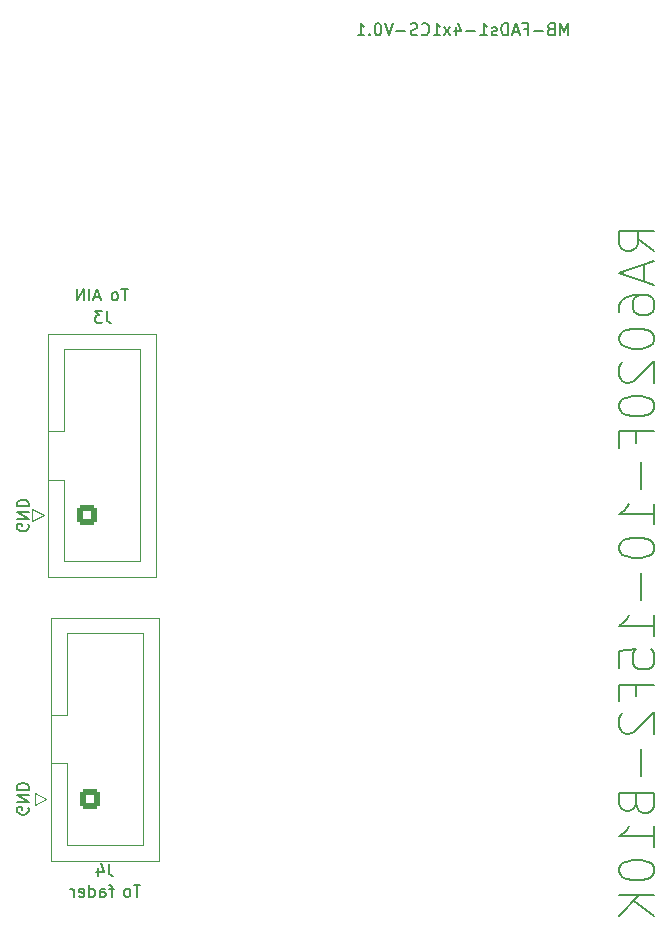
<source format=gbo>
G04 #@! TF.GenerationSoftware,KiCad,Pcbnew,(7.0.0)*
G04 #@! TF.CreationDate,2023-05-18T23:41:24+02:00*
G04 #@! TF.ProjectId,Fad_1,4661645f-312e-46b6-9963-61645f706362,rev?*
G04 #@! TF.SameCoordinates,Original*
G04 #@! TF.FileFunction,Legend,Bot*
G04 #@! TF.FilePolarity,Positive*
%FSLAX46Y46*%
G04 Gerber Fmt 4.6, Leading zero omitted, Abs format (unit mm)*
G04 Created by KiCad (PCBNEW (7.0.0)) date 2023-05-18 23:41:24*
%MOMM*%
%LPD*%
G01*
G04 APERTURE LIST*
G04 Aperture macros list*
%AMRoundRect*
0 Rectangle with rounded corners*
0 $1 Rounding radius*
0 $2 $3 $4 $5 $6 $7 $8 $9 X,Y pos of 4 corners*
0 Add a 4 corners polygon primitive as box body*
4,1,4,$2,$3,$4,$5,$6,$7,$8,$9,$2,$3,0*
0 Add four circle primitives for the rounded corners*
1,1,$1+$1,$2,$3*
1,1,$1+$1,$4,$5*
1,1,$1+$1,$6,$7*
1,1,$1+$1,$8,$9*
0 Add four rect primitives between the rounded corners*
20,1,$1+$1,$2,$3,$4,$5,0*
20,1,$1+$1,$4,$5,$6,$7,0*
20,1,$1+$1,$6,$7,$8,$9,0*
20,1,$1+$1,$8,$9,$2,$3,0*%
G04 Aperture macros list end*
%ADD10C,0.150000*%
%ADD11C,0.120000*%
%ADD12C,3.200000*%
%ADD13C,4.000000*%
%ADD14RoundRect,0.250000X-0.600000X-0.600000X0.600000X-0.600000X0.600000X0.600000X-0.600000X0.600000X0*%
%ADD15C,1.700000*%
G04 APERTURE END LIST*
D10*
X176802142Y-61585712D02*
X175373571Y-60585712D01*
X176802142Y-59871426D02*
X173802142Y-59871426D01*
X173802142Y-59871426D02*
X173802142Y-61014283D01*
X173802142Y-61014283D02*
X173945000Y-61299998D01*
X173945000Y-61299998D02*
X174087857Y-61442855D01*
X174087857Y-61442855D02*
X174373571Y-61585712D01*
X174373571Y-61585712D02*
X174802142Y-61585712D01*
X174802142Y-61585712D02*
X175087857Y-61442855D01*
X175087857Y-61442855D02*
X175230714Y-61299998D01*
X175230714Y-61299998D02*
X175373571Y-61014283D01*
X175373571Y-61014283D02*
X175373571Y-59871426D01*
X175945000Y-62728569D02*
X175945000Y-64157141D01*
X176802142Y-62442855D02*
X173802142Y-63442855D01*
X173802142Y-63442855D02*
X176802142Y-64442855D01*
X173802142Y-66728570D02*
X173802142Y-66157141D01*
X173802142Y-66157141D02*
X173945000Y-65871427D01*
X173945000Y-65871427D02*
X174087857Y-65728570D01*
X174087857Y-65728570D02*
X174516428Y-65442855D01*
X174516428Y-65442855D02*
X175087857Y-65299998D01*
X175087857Y-65299998D02*
X176230714Y-65299998D01*
X176230714Y-65299998D02*
X176516428Y-65442855D01*
X176516428Y-65442855D02*
X176659285Y-65585712D01*
X176659285Y-65585712D02*
X176802142Y-65871427D01*
X176802142Y-65871427D02*
X176802142Y-66442855D01*
X176802142Y-66442855D02*
X176659285Y-66728570D01*
X176659285Y-66728570D02*
X176516428Y-66871427D01*
X176516428Y-66871427D02*
X176230714Y-67014284D01*
X176230714Y-67014284D02*
X175516428Y-67014284D01*
X175516428Y-67014284D02*
X175230714Y-66871427D01*
X175230714Y-66871427D02*
X175087857Y-66728570D01*
X175087857Y-66728570D02*
X174945000Y-66442855D01*
X174945000Y-66442855D02*
X174945000Y-65871427D01*
X174945000Y-65871427D02*
X175087857Y-65585712D01*
X175087857Y-65585712D02*
X175230714Y-65442855D01*
X175230714Y-65442855D02*
X175516428Y-65299998D01*
X173802142Y-68871427D02*
X173802142Y-69157141D01*
X173802142Y-69157141D02*
X173945000Y-69442855D01*
X173945000Y-69442855D02*
X174087857Y-69585713D01*
X174087857Y-69585713D02*
X174373571Y-69728570D01*
X174373571Y-69728570D02*
X174945000Y-69871427D01*
X174945000Y-69871427D02*
X175659285Y-69871427D01*
X175659285Y-69871427D02*
X176230714Y-69728570D01*
X176230714Y-69728570D02*
X176516428Y-69585713D01*
X176516428Y-69585713D02*
X176659285Y-69442855D01*
X176659285Y-69442855D02*
X176802142Y-69157141D01*
X176802142Y-69157141D02*
X176802142Y-68871427D01*
X176802142Y-68871427D02*
X176659285Y-68585713D01*
X176659285Y-68585713D02*
X176516428Y-68442855D01*
X176516428Y-68442855D02*
X176230714Y-68299998D01*
X176230714Y-68299998D02*
X175659285Y-68157141D01*
X175659285Y-68157141D02*
X174945000Y-68157141D01*
X174945000Y-68157141D02*
X174373571Y-68299998D01*
X174373571Y-68299998D02*
X174087857Y-68442855D01*
X174087857Y-68442855D02*
X173945000Y-68585713D01*
X173945000Y-68585713D02*
X173802142Y-68871427D01*
X174087857Y-71014284D02*
X173945000Y-71157141D01*
X173945000Y-71157141D02*
X173802142Y-71442856D01*
X173802142Y-71442856D02*
X173802142Y-72157141D01*
X173802142Y-72157141D02*
X173945000Y-72442856D01*
X173945000Y-72442856D02*
X174087857Y-72585713D01*
X174087857Y-72585713D02*
X174373571Y-72728570D01*
X174373571Y-72728570D02*
X174659285Y-72728570D01*
X174659285Y-72728570D02*
X175087857Y-72585713D01*
X175087857Y-72585713D02*
X176802142Y-70871427D01*
X176802142Y-70871427D02*
X176802142Y-72728570D01*
X173802142Y-74585713D02*
X173802142Y-74871427D01*
X173802142Y-74871427D02*
X173945000Y-75157141D01*
X173945000Y-75157141D02*
X174087857Y-75299999D01*
X174087857Y-75299999D02*
X174373571Y-75442856D01*
X174373571Y-75442856D02*
X174945000Y-75585713D01*
X174945000Y-75585713D02*
X175659285Y-75585713D01*
X175659285Y-75585713D02*
X176230714Y-75442856D01*
X176230714Y-75442856D02*
X176516428Y-75299999D01*
X176516428Y-75299999D02*
X176659285Y-75157141D01*
X176659285Y-75157141D02*
X176802142Y-74871427D01*
X176802142Y-74871427D02*
X176802142Y-74585713D01*
X176802142Y-74585713D02*
X176659285Y-74299999D01*
X176659285Y-74299999D02*
X176516428Y-74157141D01*
X176516428Y-74157141D02*
X176230714Y-74014284D01*
X176230714Y-74014284D02*
X175659285Y-73871427D01*
X175659285Y-73871427D02*
X174945000Y-73871427D01*
X174945000Y-73871427D02*
X174373571Y-74014284D01*
X174373571Y-74014284D02*
X174087857Y-74157141D01*
X174087857Y-74157141D02*
X173945000Y-74299999D01*
X173945000Y-74299999D02*
X173802142Y-74585713D01*
X175230714Y-77871427D02*
X175230714Y-76871427D01*
X176802142Y-76871427D02*
X173802142Y-76871427D01*
X173802142Y-76871427D02*
X173802142Y-78299999D01*
X175659285Y-79442856D02*
X175659285Y-81728571D01*
X176802142Y-84728571D02*
X176802142Y-83014285D01*
X176802142Y-83871428D02*
X173802142Y-83871428D01*
X173802142Y-83871428D02*
X174230714Y-83585714D01*
X174230714Y-83585714D02*
X174516428Y-83299999D01*
X174516428Y-83299999D02*
X174659285Y-83014285D01*
X173802142Y-86585714D02*
X173802142Y-86871428D01*
X173802142Y-86871428D02*
X173945000Y-87157142D01*
X173945000Y-87157142D02*
X174087857Y-87300000D01*
X174087857Y-87300000D02*
X174373571Y-87442857D01*
X174373571Y-87442857D02*
X174945000Y-87585714D01*
X174945000Y-87585714D02*
X175659285Y-87585714D01*
X175659285Y-87585714D02*
X176230714Y-87442857D01*
X176230714Y-87442857D02*
X176516428Y-87300000D01*
X176516428Y-87300000D02*
X176659285Y-87157142D01*
X176659285Y-87157142D02*
X176802142Y-86871428D01*
X176802142Y-86871428D02*
X176802142Y-86585714D01*
X176802142Y-86585714D02*
X176659285Y-86300000D01*
X176659285Y-86300000D02*
X176516428Y-86157142D01*
X176516428Y-86157142D02*
X176230714Y-86014285D01*
X176230714Y-86014285D02*
X175659285Y-85871428D01*
X175659285Y-85871428D02*
X174945000Y-85871428D01*
X174945000Y-85871428D02*
X174373571Y-86014285D01*
X174373571Y-86014285D02*
X174087857Y-86157142D01*
X174087857Y-86157142D02*
X173945000Y-86300000D01*
X173945000Y-86300000D02*
X173802142Y-86585714D01*
X175659285Y-88871428D02*
X175659285Y-91157143D01*
X176802142Y-94157143D02*
X176802142Y-92442857D01*
X176802142Y-93300000D02*
X173802142Y-93300000D01*
X173802142Y-93300000D02*
X174230714Y-93014286D01*
X174230714Y-93014286D02*
X174516428Y-92728571D01*
X174516428Y-92728571D02*
X174659285Y-92442857D01*
X173802142Y-96871429D02*
X173802142Y-95442857D01*
X173802142Y-95442857D02*
X175230714Y-95300000D01*
X175230714Y-95300000D02*
X175087857Y-95442857D01*
X175087857Y-95442857D02*
X174945000Y-95728572D01*
X174945000Y-95728572D02*
X174945000Y-96442857D01*
X174945000Y-96442857D02*
X175087857Y-96728572D01*
X175087857Y-96728572D02*
X175230714Y-96871429D01*
X175230714Y-96871429D02*
X175516428Y-97014286D01*
X175516428Y-97014286D02*
X176230714Y-97014286D01*
X176230714Y-97014286D02*
X176516428Y-96871429D01*
X176516428Y-96871429D02*
X176659285Y-96728572D01*
X176659285Y-96728572D02*
X176802142Y-96442857D01*
X176802142Y-96442857D02*
X176802142Y-95728572D01*
X176802142Y-95728572D02*
X176659285Y-95442857D01*
X176659285Y-95442857D02*
X176516428Y-95300000D01*
X175230714Y-99300000D02*
X175230714Y-98300000D01*
X176802142Y-98300000D02*
X173802142Y-98300000D01*
X173802142Y-98300000D02*
X173802142Y-99728572D01*
X174087857Y-100728572D02*
X173945000Y-100871429D01*
X173945000Y-100871429D02*
X173802142Y-101157144D01*
X173802142Y-101157144D02*
X173802142Y-101871429D01*
X173802142Y-101871429D02*
X173945000Y-102157144D01*
X173945000Y-102157144D02*
X174087857Y-102300001D01*
X174087857Y-102300001D02*
X174373571Y-102442858D01*
X174373571Y-102442858D02*
X174659285Y-102442858D01*
X174659285Y-102442858D02*
X175087857Y-102300001D01*
X175087857Y-102300001D02*
X176802142Y-100585715D01*
X176802142Y-100585715D02*
X176802142Y-102442858D01*
X175659285Y-103728572D02*
X175659285Y-106014287D01*
X175230714Y-108442858D02*
X175373571Y-108871430D01*
X175373571Y-108871430D02*
X175516428Y-109014287D01*
X175516428Y-109014287D02*
X175802142Y-109157144D01*
X175802142Y-109157144D02*
X176230714Y-109157144D01*
X176230714Y-109157144D02*
X176516428Y-109014287D01*
X176516428Y-109014287D02*
X176659285Y-108871430D01*
X176659285Y-108871430D02*
X176802142Y-108585715D01*
X176802142Y-108585715D02*
X176802142Y-107442858D01*
X176802142Y-107442858D02*
X173802142Y-107442858D01*
X173802142Y-107442858D02*
X173802142Y-108442858D01*
X173802142Y-108442858D02*
X173945000Y-108728573D01*
X173945000Y-108728573D02*
X174087857Y-108871430D01*
X174087857Y-108871430D02*
X174373571Y-109014287D01*
X174373571Y-109014287D02*
X174659285Y-109014287D01*
X174659285Y-109014287D02*
X174945000Y-108871430D01*
X174945000Y-108871430D02*
X175087857Y-108728573D01*
X175087857Y-108728573D02*
X175230714Y-108442858D01*
X175230714Y-108442858D02*
X175230714Y-107442858D01*
X176802142Y-112014287D02*
X176802142Y-110300001D01*
X176802142Y-111157144D02*
X173802142Y-111157144D01*
X173802142Y-111157144D02*
X174230714Y-110871430D01*
X174230714Y-110871430D02*
X174516428Y-110585715D01*
X174516428Y-110585715D02*
X174659285Y-110300001D01*
X173802142Y-113871430D02*
X173802142Y-114157144D01*
X173802142Y-114157144D02*
X173945000Y-114442858D01*
X173945000Y-114442858D02*
X174087857Y-114585716D01*
X174087857Y-114585716D02*
X174373571Y-114728573D01*
X174373571Y-114728573D02*
X174945000Y-114871430D01*
X174945000Y-114871430D02*
X175659285Y-114871430D01*
X175659285Y-114871430D02*
X176230714Y-114728573D01*
X176230714Y-114728573D02*
X176516428Y-114585716D01*
X176516428Y-114585716D02*
X176659285Y-114442858D01*
X176659285Y-114442858D02*
X176802142Y-114157144D01*
X176802142Y-114157144D02*
X176802142Y-113871430D01*
X176802142Y-113871430D02*
X176659285Y-113585716D01*
X176659285Y-113585716D02*
X176516428Y-113442858D01*
X176516428Y-113442858D02*
X176230714Y-113300001D01*
X176230714Y-113300001D02*
X175659285Y-113157144D01*
X175659285Y-113157144D02*
X174945000Y-113157144D01*
X174945000Y-113157144D02*
X174373571Y-113300001D01*
X174373571Y-113300001D02*
X174087857Y-113442858D01*
X174087857Y-113442858D02*
X173945000Y-113585716D01*
X173945000Y-113585716D02*
X173802142Y-113871430D01*
X176802142Y-116157144D02*
X173802142Y-116157144D01*
X176802142Y-117871430D02*
X175087857Y-116585716D01*
X173802142Y-117871430D02*
X175516428Y-116157144D01*
X169480951Y-43317380D02*
X169480951Y-42317380D01*
X169480951Y-42317380D02*
X169147618Y-43031666D01*
X169147618Y-43031666D02*
X168814285Y-42317380D01*
X168814285Y-42317380D02*
X168814285Y-43317380D01*
X168004761Y-42793571D02*
X167861904Y-42841190D01*
X167861904Y-42841190D02*
X167814285Y-42888809D01*
X167814285Y-42888809D02*
X167766666Y-42984047D01*
X167766666Y-42984047D02*
X167766666Y-43126904D01*
X167766666Y-43126904D02*
X167814285Y-43222142D01*
X167814285Y-43222142D02*
X167861904Y-43269761D01*
X167861904Y-43269761D02*
X167957142Y-43317380D01*
X167957142Y-43317380D02*
X168338094Y-43317380D01*
X168338094Y-43317380D02*
X168338094Y-42317380D01*
X168338094Y-42317380D02*
X168004761Y-42317380D01*
X168004761Y-42317380D02*
X167909523Y-42365000D01*
X167909523Y-42365000D02*
X167861904Y-42412619D01*
X167861904Y-42412619D02*
X167814285Y-42507857D01*
X167814285Y-42507857D02*
X167814285Y-42603095D01*
X167814285Y-42603095D02*
X167861904Y-42698333D01*
X167861904Y-42698333D02*
X167909523Y-42745952D01*
X167909523Y-42745952D02*
X168004761Y-42793571D01*
X168004761Y-42793571D02*
X168338094Y-42793571D01*
X167338094Y-42936428D02*
X166576190Y-42936428D01*
X165766666Y-42793571D02*
X166099999Y-42793571D01*
X166099999Y-43317380D02*
X166099999Y-42317380D01*
X166099999Y-42317380D02*
X165623809Y-42317380D01*
X165290475Y-43031666D02*
X164814285Y-43031666D01*
X165385713Y-43317380D02*
X165052380Y-42317380D01*
X165052380Y-42317380D02*
X164719047Y-43317380D01*
X164385713Y-43317380D02*
X164385713Y-42317380D01*
X164385713Y-42317380D02*
X164147618Y-42317380D01*
X164147618Y-42317380D02*
X164004761Y-42365000D01*
X164004761Y-42365000D02*
X163909523Y-42460238D01*
X163909523Y-42460238D02*
X163861904Y-42555476D01*
X163861904Y-42555476D02*
X163814285Y-42745952D01*
X163814285Y-42745952D02*
X163814285Y-42888809D01*
X163814285Y-42888809D02*
X163861904Y-43079285D01*
X163861904Y-43079285D02*
X163909523Y-43174523D01*
X163909523Y-43174523D02*
X164004761Y-43269761D01*
X164004761Y-43269761D02*
X164147618Y-43317380D01*
X164147618Y-43317380D02*
X164385713Y-43317380D01*
X163433332Y-43269761D02*
X163338094Y-43317380D01*
X163338094Y-43317380D02*
X163147618Y-43317380D01*
X163147618Y-43317380D02*
X163052380Y-43269761D01*
X163052380Y-43269761D02*
X163004761Y-43174523D01*
X163004761Y-43174523D02*
X163004761Y-43126904D01*
X163004761Y-43126904D02*
X163052380Y-43031666D01*
X163052380Y-43031666D02*
X163147618Y-42984047D01*
X163147618Y-42984047D02*
X163290475Y-42984047D01*
X163290475Y-42984047D02*
X163385713Y-42936428D01*
X163385713Y-42936428D02*
X163433332Y-42841190D01*
X163433332Y-42841190D02*
X163433332Y-42793571D01*
X163433332Y-42793571D02*
X163385713Y-42698333D01*
X163385713Y-42698333D02*
X163290475Y-42650714D01*
X163290475Y-42650714D02*
X163147618Y-42650714D01*
X163147618Y-42650714D02*
X163052380Y-42698333D01*
X162052380Y-43317380D02*
X162623808Y-43317380D01*
X162338094Y-43317380D02*
X162338094Y-42317380D01*
X162338094Y-42317380D02*
X162433332Y-42460238D01*
X162433332Y-42460238D02*
X162528570Y-42555476D01*
X162528570Y-42555476D02*
X162623808Y-42603095D01*
X161623808Y-42936428D02*
X160861904Y-42936428D01*
X159957142Y-42650714D02*
X159957142Y-43317380D01*
X160195237Y-42269761D02*
X160433332Y-42984047D01*
X160433332Y-42984047D02*
X159814285Y-42984047D01*
X159528570Y-43317380D02*
X159004761Y-42650714D01*
X159528570Y-42650714D02*
X159004761Y-43317380D01*
X158099999Y-43317380D02*
X158671427Y-43317380D01*
X158385713Y-43317380D02*
X158385713Y-42317380D01*
X158385713Y-42317380D02*
X158480951Y-42460238D01*
X158480951Y-42460238D02*
X158576189Y-42555476D01*
X158576189Y-42555476D02*
X158671427Y-42603095D01*
X157099999Y-43222142D02*
X157147618Y-43269761D01*
X157147618Y-43269761D02*
X157290475Y-43317380D01*
X157290475Y-43317380D02*
X157385713Y-43317380D01*
X157385713Y-43317380D02*
X157528570Y-43269761D01*
X157528570Y-43269761D02*
X157623808Y-43174523D01*
X157623808Y-43174523D02*
X157671427Y-43079285D01*
X157671427Y-43079285D02*
X157719046Y-42888809D01*
X157719046Y-42888809D02*
X157719046Y-42745952D01*
X157719046Y-42745952D02*
X157671427Y-42555476D01*
X157671427Y-42555476D02*
X157623808Y-42460238D01*
X157623808Y-42460238D02*
X157528570Y-42365000D01*
X157528570Y-42365000D02*
X157385713Y-42317380D01*
X157385713Y-42317380D02*
X157290475Y-42317380D01*
X157290475Y-42317380D02*
X157147618Y-42365000D01*
X157147618Y-42365000D02*
X157099999Y-42412619D01*
X156719046Y-43269761D02*
X156576189Y-43317380D01*
X156576189Y-43317380D02*
X156338094Y-43317380D01*
X156338094Y-43317380D02*
X156242856Y-43269761D01*
X156242856Y-43269761D02*
X156195237Y-43222142D01*
X156195237Y-43222142D02*
X156147618Y-43126904D01*
X156147618Y-43126904D02*
X156147618Y-43031666D01*
X156147618Y-43031666D02*
X156195237Y-42936428D01*
X156195237Y-42936428D02*
X156242856Y-42888809D01*
X156242856Y-42888809D02*
X156338094Y-42841190D01*
X156338094Y-42841190D02*
X156528570Y-42793571D01*
X156528570Y-42793571D02*
X156623808Y-42745952D01*
X156623808Y-42745952D02*
X156671427Y-42698333D01*
X156671427Y-42698333D02*
X156719046Y-42603095D01*
X156719046Y-42603095D02*
X156719046Y-42507857D01*
X156719046Y-42507857D02*
X156671427Y-42412619D01*
X156671427Y-42412619D02*
X156623808Y-42365000D01*
X156623808Y-42365000D02*
X156528570Y-42317380D01*
X156528570Y-42317380D02*
X156290475Y-42317380D01*
X156290475Y-42317380D02*
X156147618Y-42365000D01*
X155719046Y-42936428D02*
X154957142Y-42936428D01*
X154623808Y-42317380D02*
X154290475Y-43317380D01*
X154290475Y-43317380D02*
X153957142Y-42317380D01*
X153433332Y-42317380D02*
X153338094Y-42317380D01*
X153338094Y-42317380D02*
X153242856Y-42365000D01*
X153242856Y-42365000D02*
X153195237Y-42412619D01*
X153195237Y-42412619D02*
X153147618Y-42507857D01*
X153147618Y-42507857D02*
X153099999Y-42698333D01*
X153099999Y-42698333D02*
X153099999Y-42936428D01*
X153099999Y-42936428D02*
X153147618Y-43126904D01*
X153147618Y-43126904D02*
X153195237Y-43222142D01*
X153195237Y-43222142D02*
X153242856Y-43269761D01*
X153242856Y-43269761D02*
X153338094Y-43317380D01*
X153338094Y-43317380D02*
X153433332Y-43317380D01*
X153433332Y-43317380D02*
X153528570Y-43269761D01*
X153528570Y-43269761D02*
X153576189Y-43222142D01*
X153576189Y-43222142D02*
X153623808Y-43126904D01*
X153623808Y-43126904D02*
X153671427Y-42936428D01*
X153671427Y-42936428D02*
X153671427Y-42698333D01*
X153671427Y-42698333D02*
X153623808Y-42507857D01*
X153623808Y-42507857D02*
X153576189Y-42412619D01*
X153576189Y-42412619D02*
X153528570Y-42365000D01*
X153528570Y-42365000D02*
X153433332Y-42317380D01*
X152671427Y-43222142D02*
X152623808Y-43269761D01*
X152623808Y-43269761D02*
X152671427Y-43317380D01*
X152671427Y-43317380D02*
X152719046Y-43269761D01*
X152719046Y-43269761D02*
X152671427Y-43222142D01*
X152671427Y-43222142D02*
X152671427Y-43317380D01*
X151671428Y-43317380D02*
X152242856Y-43317380D01*
X151957142Y-43317380D02*
X151957142Y-42317380D01*
X151957142Y-42317380D02*
X152052380Y-42460238D01*
X152052380Y-42460238D02*
X152147618Y-42555476D01*
X152147618Y-42555476D02*
X152242856Y-42603095D01*
X133266666Y-115267380D02*
X132695238Y-115267380D01*
X132980952Y-116267380D02*
X132980952Y-115267380D01*
X132219047Y-116267380D02*
X132314285Y-116219761D01*
X132314285Y-116219761D02*
X132361904Y-116172142D01*
X132361904Y-116172142D02*
X132409523Y-116076904D01*
X132409523Y-116076904D02*
X132409523Y-115791190D01*
X132409523Y-115791190D02*
X132361904Y-115695952D01*
X132361904Y-115695952D02*
X132314285Y-115648333D01*
X132314285Y-115648333D02*
X132219047Y-115600714D01*
X132219047Y-115600714D02*
X132076190Y-115600714D01*
X132076190Y-115600714D02*
X131980952Y-115648333D01*
X131980952Y-115648333D02*
X131933333Y-115695952D01*
X131933333Y-115695952D02*
X131885714Y-115791190D01*
X131885714Y-115791190D02*
X131885714Y-116076904D01*
X131885714Y-116076904D02*
X131933333Y-116172142D01*
X131933333Y-116172142D02*
X131980952Y-116219761D01*
X131980952Y-116219761D02*
X132076190Y-116267380D01*
X132076190Y-116267380D02*
X132219047Y-116267380D01*
X130999999Y-115600714D02*
X130619047Y-115600714D01*
X130857142Y-116267380D02*
X130857142Y-115410238D01*
X130857142Y-115410238D02*
X130809523Y-115315000D01*
X130809523Y-115315000D02*
X130714285Y-115267380D01*
X130714285Y-115267380D02*
X130619047Y-115267380D01*
X129857142Y-116267380D02*
X129857142Y-115743571D01*
X129857142Y-115743571D02*
X129904761Y-115648333D01*
X129904761Y-115648333D02*
X129999999Y-115600714D01*
X129999999Y-115600714D02*
X130190475Y-115600714D01*
X130190475Y-115600714D02*
X130285713Y-115648333D01*
X129857142Y-116219761D02*
X129952380Y-116267380D01*
X129952380Y-116267380D02*
X130190475Y-116267380D01*
X130190475Y-116267380D02*
X130285713Y-116219761D01*
X130285713Y-116219761D02*
X130333332Y-116124523D01*
X130333332Y-116124523D02*
X130333332Y-116029285D01*
X130333332Y-116029285D02*
X130285713Y-115934047D01*
X130285713Y-115934047D02*
X130190475Y-115886428D01*
X130190475Y-115886428D02*
X129952380Y-115886428D01*
X129952380Y-115886428D02*
X129857142Y-115838809D01*
X128952380Y-116267380D02*
X128952380Y-115267380D01*
X128952380Y-116219761D02*
X129047618Y-116267380D01*
X129047618Y-116267380D02*
X129238094Y-116267380D01*
X129238094Y-116267380D02*
X129333332Y-116219761D01*
X129333332Y-116219761D02*
X129380951Y-116172142D01*
X129380951Y-116172142D02*
X129428570Y-116076904D01*
X129428570Y-116076904D02*
X129428570Y-115791190D01*
X129428570Y-115791190D02*
X129380951Y-115695952D01*
X129380951Y-115695952D02*
X129333332Y-115648333D01*
X129333332Y-115648333D02*
X129238094Y-115600714D01*
X129238094Y-115600714D02*
X129047618Y-115600714D01*
X129047618Y-115600714D02*
X128952380Y-115648333D01*
X128095237Y-116219761D02*
X128190475Y-116267380D01*
X128190475Y-116267380D02*
X128380951Y-116267380D01*
X128380951Y-116267380D02*
X128476189Y-116219761D01*
X128476189Y-116219761D02*
X128523808Y-116124523D01*
X128523808Y-116124523D02*
X128523808Y-115743571D01*
X128523808Y-115743571D02*
X128476189Y-115648333D01*
X128476189Y-115648333D02*
X128380951Y-115600714D01*
X128380951Y-115600714D02*
X128190475Y-115600714D01*
X128190475Y-115600714D02*
X128095237Y-115648333D01*
X128095237Y-115648333D02*
X128047618Y-115743571D01*
X128047618Y-115743571D02*
X128047618Y-115838809D01*
X128047618Y-115838809D02*
X128523808Y-115934047D01*
X127619046Y-116267380D02*
X127619046Y-115600714D01*
X127619046Y-115791190D02*
X127571427Y-115695952D01*
X127571427Y-115695952D02*
X127523808Y-115648333D01*
X127523808Y-115648333D02*
X127428570Y-115600714D01*
X127428570Y-115600714D02*
X127333332Y-115600714D01*
X132228570Y-64767380D02*
X131657142Y-64767380D01*
X131942856Y-65767380D02*
X131942856Y-64767380D01*
X131180951Y-65767380D02*
X131276189Y-65719761D01*
X131276189Y-65719761D02*
X131323808Y-65672142D01*
X131323808Y-65672142D02*
X131371427Y-65576904D01*
X131371427Y-65576904D02*
X131371427Y-65291190D01*
X131371427Y-65291190D02*
X131323808Y-65195952D01*
X131323808Y-65195952D02*
X131276189Y-65148333D01*
X131276189Y-65148333D02*
X131180951Y-65100714D01*
X131180951Y-65100714D02*
X131038094Y-65100714D01*
X131038094Y-65100714D02*
X130942856Y-65148333D01*
X130942856Y-65148333D02*
X130895237Y-65195952D01*
X130895237Y-65195952D02*
X130847618Y-65291190D01*
X130847618Y-65291190D02*
X130847618Y-65576904D01*
X130847618Y-65576904D02*
X130895237Y-65672142D01*
X130895237Y-65672142D02*
X130942856Y-65719761D01*
X130942856Y-65719761D02*
X131038094Y-65767380D01*
X131038094Y-65767380D02*
X131180951Y-65767380D01*
X129866665Y-65481666D02*
X129390475Y-65481666D01*
X129961903Y-65767380D02*
X129628570Y-64767380D01*
X129628570Y-64767380D02*
X129295237Y-65767380D01*
X128961903Y-65767380D02*
X128961903Y-64767380D01*
X128485713Y-65767380D02*
X128485713Y-64767380D01*
X128485713Y-64767380D02*
X127914285Y-65767380D01*
X127914285Y-65767380D02*
X127914285Y-64767380D01*
X123770000Y-108738095D02*
X123817619Y-108833333D01*
X123817619Y-108833333D02*
X123817619Y-108976190D01*
X123817619Y-108976190D02*
X123770000Y-109119047D01*
X123770000Y-109119047D02*
X123674761Y-109214285D01*
X123674761Y-109214285D02*
X123579523Y-109261904D01*
X123579523Y-109261904D02*
X123389047Y-109309523D01*
X123389047Y-109309523D02*
X123246190Y-109309523D01*
X123246190Y-109309523D02*
X123055714Y-109261904D01*
X123055714Y-109261904D02*
X122960476Y-109214285D01*
X122960476Y-109214285D02*
X122865238Y-109119047D01*
X122865238Y-109119047D02*
X122817619Y-108976190D01*
X122817619Y-108976190D02*
X122817619Y-108880952D01*
X122817619Y-108880952D02*
X122865238Y-108738095D01*
X122865238Y-108738095D02*
X122912857Y-108690476D01*
X122912857Y-108690476D02*
X123246190Y-108690476D01*
X123246190Y-108690476D02*
X123246190Y-108880952D01*
X122817619Y-108261904D02*
X123817619Y-108261904D01*
X123817619Y-108261904D02*
X122817619Y-107690476D01*
X122817619Y-107690476D02*
X123817619Y-107690476D01*
X122817619Y-107214285D02*
X123817619Y-107214285D01*
X123817619Y-107214285D02*
X123817619Y-106976190D01*
X123817619Y-106976190D02*
X123770000Y-106833333D01*
X123770000Y-106833333D02*
X123674761Y-106738095D01*
X123674761Y-106738095D02*
X123579523Y-106690476D01*
X123579523Y-106690476D02*
X123389047Y-106642857D01*
X123389047Y-106642857D02*
X123246190Y-106642857D01*
X123246190Y-106642857D02*
X123055714Y-106690476D01*
X123055714Y-106690476D02*
X122960476Y-106738095D01*
X122960476Y-106738095D02*
X122865238Y-106833333D01*
X122865238Y-106833333D02*
X122817619Y-106976190D01*
X122817619Y-106976190D02*
X122817619Y-107214285D01*
X123770000Y-84738095D02*
X123817619Y-84833333D01*
X123817619Y-84833333D02*
X123817619Y-84976190D01*
X123817619Y-84976190D02*
X123770000Y-85119047D01*
X123770000Y-85119047D02*
X123674761Y-85214285D01*
X123674761Y-85214285D02*
X123579523Y-85261904D01*
X123579523Y-85261904D02*
X123389047Y-85309523D01*
X123389047Y-85309523D02*
X123246190Y-85309523D01*
X123246190Y-85309523D02*
X123055714Y-85261904D01*
X123055714Y-85261904D02*
X122960476Y-85214285D01*
X122960476Y-85214285D02*
X122865238Y-85119047D01*
X122865238Y-85119047D02*
X122817619Y-84976190D01*
X122817619Y-84976190D02*
X122817619Y-84880952D01*
X122817619Y-84880952D02*
X122865238Y-84738095D01*
X122865238Y-84738095D02*
X122912857Y-84690476D01*
X122912857Y-84690476D02*
X123246190Y-84690476D01*
X123246190Y-84690476D02*
X123246190Y-84880952D01*
X122817619Y-84261904D02*
X123817619Y-84261904D01*
X123817619Y-84261904D02*
X122817619Y-83690476D01*
X122817619Y-83690476D02*
X123817619Y-83690476D01*
X122817619Y-83214285D02*
X123817619Y-83214285D01*
X123817619Y-83214285D02*
X123817619Y-82976190D01*
X123817619Y-82976190D02*
X123770000Y-82833333D01*
X123770000Y-82833333D02*
X123674761Y-82738095D01*
X123674761Y-82738095D02*
X123579523Y-82690476D01*
X123579523Y-82690476D02*
X123389047Y-82642857D01*
X123389047Y-82642857D02*
X123246190Y-82642857D01*
X123246190Y-82642857D02*
X123055714Y-82690476D01*
X123055714Y-82690476D02*
X122960476Y-82738095D01*
X122960476Y-82738095D02*
X122865238Y-82833333D01*
X122865238Y-82833333D02*
X122817619Y-82976190D01*
X122817619Y-82976190D02*
X122817619Y-83214285D01*
X130433333Y-66667380D02*
X130433333Y-67381666D01*
X130433333Y-67381666D02*
X130480952Y-67524523D01*
X130480952Y-67524523D02*
X130576190Y-67619761D01*
X130576190Y-67619761D02*
X130719047Y-67667380D01*
X130719047Y-67667380D02*
X130814285Y-67667380D01*
X130052380Y-66667380D02*
X129433333Y-66667380D01*
X129433333Y-66667380D02*
X129766666Y-67048333D01*
X129766666Y-67048333D02*
X129623809Y-67048333D01*
X129623809Y-67048333D02*
X129528571Y-67095952D01*
X129528571Y-67095952D02*
X129480952Y-67143571D01*
X129480952Y-67143571D02*
X129433333Y-67238809D01*
X129433333Y-67238809D02*
X129433333Y-67476904D01*
X129433333Y-67476904D02*
X129480952Y-67572142D01*
X129480952Y-67572142D02*
X129528571Y-67619761D01*
X129528571Y-67619761D02*
X129623809Y-67667380D01*
X129623809Y-67667380D02*
X129909523Y-67667380D01*
X129909523Y-67667380D02*
X130004761Y-67619761D01*
X130004761Y-67619761D02*
X130052380Y-67572142D01*
X130603333Y-113467380D02*
X130603333Y-114181666D01*
X130603333Y-114181666D02*
X130650952Y-114324523D01*
X130650952Y-114324523D02*
X130746190Y-114419761D01*
X130746190Y-114419761D02*
X130889047Y-114467380D01*
X130889047Y-114467380D02*
X130984285Y-114467380D01*
X129698571Y-113800714D02*
X129698571Y-114467380D01*
X129936666Y-113419761D02*
X130174761Y-114134047D01*
X130174761Y-114134047D02*
X129555714Y-114134047D01*
D11*
X124073500Y-83468000D02*
X125073500Y-83968000D01*
X124073500Y-84468000D02*
X124073500Y-83468000D01*
X125073500Y-83968000D02*
X124073500Y-84468000D01*
X125463500Y-68598000D02*
X125463500Y-89178000D01*
X125463500Y-80938000D02*
X126773500Y-80938000D01*
X125463500Y-89178000D02*
X134583500Y-89178000D01*
X126773500Y-69898000D02*
X126773500Y-76838000D01*
X126773500Y-76838000D02*
X125463500Y-76838000D01*
X126773500Y-76838000D02*
X126773500Y-76838000D01*
X126773500Y-80938000D02*
X126773500Y-87878000D01*
X126773500Y-87878000D02*
X133273500Y-87878000D01*
X133273500Y-69898000D02*
X126773500Y-69898000D01*
X133273500Y-87878000D02*
X133273500Y-69898000D01*
X134583500Y-68598000D02*
X125463500Y-68598000D01*
X134583500Y-89178000D02*
X134583500Y-68598000D01*
X124320000Y-107500000D02*
X125320000Y-108000000D01*
X124320000Y-108500000D02*
X124320000Y-107500000D01*
X125320000Y-108000000D02*
X124320000Y-108500000D01*
X125710000Y-92630000D02*
X125710000Y-113210000D01*
X125710000Y-104970000D02*
X127020000Y-104970000D01*
X125710000Y-113210000D02*
X134830000Y-113210000D01*
X127020000Y-93930000D02*
X127020000Y-100870000D01*
X127020000Y-100870000D02*
X125710000Y-100870000D01*
X127020000Y-100870000D02*
X127020000Y-100870000D01*
X127020000Y-104970000D02*
X127020000Y-111910000D01*
X127020000Y-111910000D02*
X133520000Y-111910000D01*
X133520000Y-93930000D02*
X127020000Y-93930000D01*
X133520000Y-111910000D02*
X133520000Y-93930000D01*
X134830000Y-92630000D02*
X125710000Y-92630000D01*
X134830000Y-113210000D02*
X134830000Y-92630000D01*
%LPC*%
D12*
X154000000Y-65000000D03*
X154000000Y-115000000D03*
D13*
X145000000Y-125000000D03*
X140000000Y-50000000D03*
X140000000Y-130000000D03*
X145000000Y-55000000D03*
D12*
X106000000Y-115000000D03*
D13*
X170000000Y-125000000D03*
X165000000Y-50000000D03*
X165000000Y-130000000D03*
X170000000Y-55000000D03*
D12*
X106000000Y-65000000D03*
D13*
X120000000Y-125000000D03*
X115000000Y-50000000D03*
X115000000Y-130000000D03*
X120000000Y-55000000D03*
X95000000Y-125000000D03*
X90000000Y-50000000D03*
X90000000Y-130000000D03*
X95000000Y-55000000D03*
D12*
X176000000Y-44000000D03*
X84000000Y-136000000D03*
X84000000Y-44000000D03*
X176000000Y-136000000D03*
D14*
X128753500Y-83968000D03*
D15*
X131293500Y-83968000D03*
X128753500Y-81428000D03*
X131293500Y-81428000D03*
X128753500Y-78888000D03*
X131293500Y-78888000D03*
X128753500Y-76348000D03*
X131293500Y-76348000D03*
X128753500Y-73808000D03*
X131293500Y-73808000D03*
D14*
X129000000Y-108000000D03*
D15*
X131540000Y-108000000D03*
X129000000Y-105460000D03*
X131540000Y-105460000D03*
X129000000Y-102920000D03*
X131540000Y-102920000D03*
X129000000Y-100380000D03*
X131540000Y-100380000D03*
X129000000Y-97840000D03*
X131540000Y-97840000D03*
M02*

</source>
